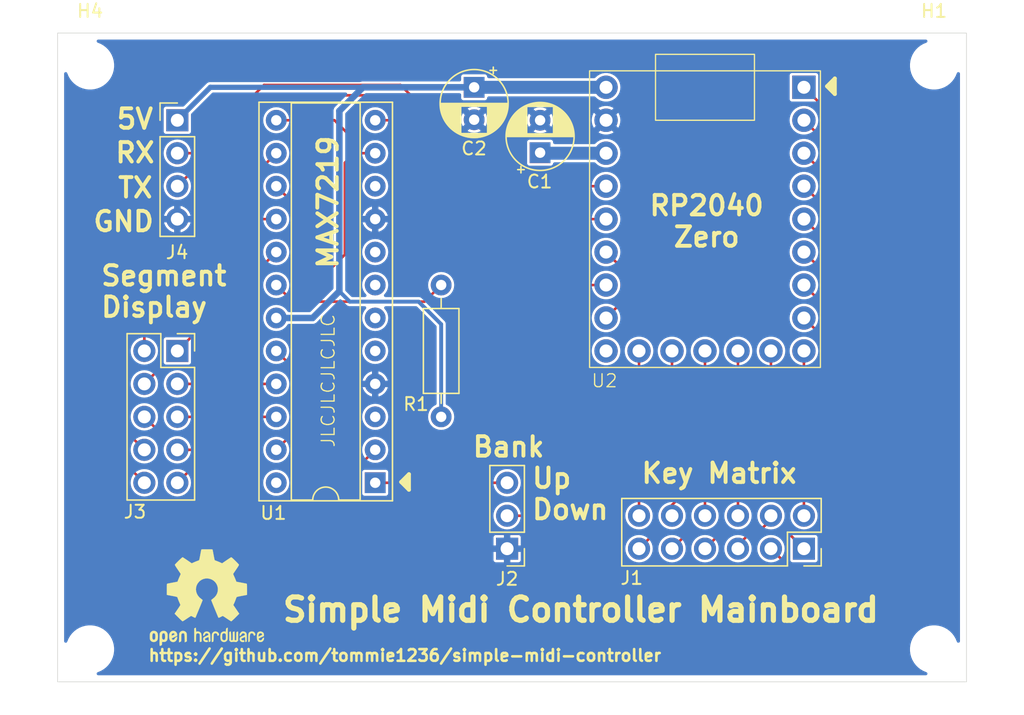
<source format=kicad_pcb>
(kicad_pcb (version 20240108) (generator "pcbnew") (generator_version "8.0")
  (layers (0 "F.Cu" signal) (31 "B.Cu" signal) (34 "B.Paste" user) (35 "F.Paste" user) (36 "B.SilkS" user "B.Silkscreen") (37 "F.SilkS" user "F.Silkscreen") (38 "B.Mask" user) (39 "F.Mask" user) (44 "Edge.Cuts" user))
  (net 0 "")
  (net 1 "+3V3")
  (net 2 "GND")
  (net 3 "+5V")
  (net 4 "Bank_down")
  (net 5 "Bank_up")
  (net 8 "Spi_mosi")
  (net 14 "Spi_sck")
  (net 15 "midi_rx")
  (net 16 "ROW_1")
  (net 17 "ROW_0")
  (net 18 "midi_tx")
  (net 19 "ROW_G")
  (net 20 "ROW_3")
  (net 22 "ROW_E")
  (net 23 "ROW_F")
  (net 24 "ROW_C")
  (net 25 "ROW_A")
  (net 26 "ROW_2")
  (net 27 "ROW_D")
  (net 28 "ROW_H")
  (net 29 "ROW_B")
  (net 30 "Net-(U1-ISET)")
  (net 31 "Spi_load")
  (net 32 "SEG_DP")
  (net 33 "SEG_A")
  (net 34 "SEG_C")
  (net 35 "SEG_F")
  (net 36 "SEG_B")
  (net 37 "DIG_0")
  (net 38 "DIG_1")
  (net 39 "SEG_G")
  (net 40 "SEG_D")
  (net 41 "SEG_E")
  (footprint "Capacitor_THT:CP_Radial_D5.0mm_P2.50mm" (layer "F.Cu") (at 132.08 43.18 -90)
    (property "Reference" "C2")
    (property "Value" "C")
  )
  (footprint "Connector_PinHeader_2.54mm:PinHeader_2x06_P2.54mm_Vertical" (layer "F.Cu") (at 157.48 76.2 -90)
    (property "Reference" "J1")
    (property "Value" "Conn_02x06_Odd_Even")
  )
  (footprint "MountingHole:MountingHole_3.2mm_M3" (layer "F.Cu") (at 102.5 86.5)
    (property "Reference" "H3" (hide yes))
    (property "Value" "MountingHole_Pad")
  )
  (footprint "Package_DIP:DIP-24_W7.62mm_Socket" (layer "F.Cu") (at 124.46 73.66 180)
    (property "Reference" "U1")
    (property "Value" "MAX7219")
  )
  (footprint "Symbol:OSHW-Logo2_9.8x8mm_SilkScreen" (layer "F.Cu") (at 111.5 82.5)
    (property "Reference" "#SYM1" (hide yes))
    (property "Value" "OSHW-Logo2_9.8x8mm_SilkScreen" (hide yes))
  )
  (footprint "MountingHole:MountingHole_3.2mm_M3" (layer "F.Cu") (at 102.5 41.5)
    (property "Reference" "H4")
    (property "Value" "MountingHole_Pad")
  )
  (footprint "Connector_PinHeader_2.54mm:PinHeader_1x03_P2.54mm_Vertical" (layer "F.Cu") (at 134.62 78.74 180)
    (property "Reference" "J2")
    (property "Value" "Conn_01x03")
  )
  (footprint "Connector_PinHeader_2.54mm:PinHeader_1x04_P2.54mm_Vertical" (layer "F.Cu") (at 109.22 45.72)
    (property "Reference" "J4")
    (property "Value" "Conn_01x04")
  )
  (footprint "simple-midi-controller:RP2040-Zero" (layer "F.Cu") (at 149.86 53.34)
    (property "Reference" "U2")
    (property "Value" "~")
  )
  (footprint "Connector_PinHeader_2.54mm:PinHeader_2x05_P2.54mm_Vertical" (layer "F.Cu") (at 106.68 63.5)
    (property "Reference" "J3")
    (property "Value" "Conn_02x06_Odd_Even")
  )
  (footprint "MountingHole:MountingHole_3.2mm_M3" (layer "F.Cu") (at 167.5 41.5)
    (property "Reference" "H1")
    (property "Value" "MountingHole_Pad")
  )
  (footprint "MountingHole:MountingHole_3.2mm_M3" (layer "F.Cu") (at 167.5 86.5)
    (property "Reference" "H2" (hide yes))
    (property "Value" "MountingHole_Pad")
  )
  (footprint "Resistor_THT:R_Axial_DIN0207_L6.3mm_D2.5mm_P10.16mm_Horizontal" (layer "F.Cu") (at 129.54 68.58 90)
    (property "Reference" "R1")
    (property "Value" "R")
  )
  (footprint "Capacitor_THT:CP_Radial_D5.0mm_P2.50mm" (layer "F.Cu") (at 137.16 48.22 90)
    (property "Reference" "C1")
    (property "Value" "C")
  )
  (gr_line (start 159.86 42.5) (end 159.86 43.7) (stroke (width 0.3)) (layer "F.SilkS"))
  (gr_line (start 159.66 42.85) (end 159.66 43.35) (stroke (width 0.4)) (layer "F.SilkS"))
  (gr_line (start 159.26 43.1) (end 159.86 42.5) (stroke (width 0.3)) (layer "F.SilkS"))
  (gr_line (start 126.86 73.35) (end 126.86 73.85) (stroke (width 0.4)) (layer "F.SilkS"))
  (gr_line (start 159.86 43.7) (end 159.26 43.1) (stroke (width 0.3)) (layer "F.SilkS"))
  (gr_line (start 127.06 74.2) (end 126.46 73.6) (stroke (width 0.3)) (layer "F.SilkS"))
  (gr_line (start 127.06 73) (end 127.06 74.2) (stroke (width 0.3)) (layer "F.SilkS"))
  (gr_line (start 126.46 73.6) (end 127.06 73) (stroke (width 0.3)) (layer "F.SilkS"))
  (gr_rect (start 100 39) (end 170 89) (stroke (width 0.05)) (fill none) (layer "Edge.Cuts"))
  (gr_text "Bank\n    Up\n    Down" (at 131.82 76.6 0) (layer "F.SilkS") (effects (font (size 1.5 1.5) (thickness 0.3) (bold yes)) (justify left bottom)))
  (gr_text "Key Matrix" (at 144.82 73.8 0) (layer "F.SilkS") (effects (font (size 1.5 1.5) (thickness 0.3) (bold yes)) (justify left bottom)))
  (gr_text "GND\n" (at 102.6 54.4 0) (layer "F.SilkS") (effects (font (size 1.5 1.5) (thickness 0.3) (bold yes)) (justify left bottom)))
  (gr_text "https://github.com/tommie1236/simple-midi-controller" (at 106.9 87.5 0) (layer "F.SilkS") (effects (font (size 0.9 0.9) (thickness 0.2) (bold yes)) (justify left bottom)))
  (gr_text "MAX7219" (at 121.7 57.3 90) (layer "F.SilkS") (effects (font (size 1.5 1.5) (thickness 0.3) (bold yes)) (justify left bottom)))
  (gr_text "TX" (at 104.5 51.8 0) (layer "F.SilkS") (effects (font (size 1.5 1.5) (thickness 0.3) (bold yes)) (justify left bottom)))
  (gr_text "RX" (at 104.3 49.1 0) (layer "F.SilkS") (effects (font (size 1.5 1.5) (thickness 0.3) (bold yes)) (justify left bottom)))
  (gr_text "Simple Midi Controller Mainboard" (at 117.15 84.5 0) (layer "F.SilkS") (effects (font (size 1.8 1.8) (thickness 0.4) (bold yes)) (justify left bottom)))
  (gr_text "5V" (at 104.4 46.5 0) (layer "F.SilkS") (effects (font (size 1.5 1.5) (thickness 0.3) (bold yes)) (justify left bottom)))
  (gr_text "RP2040\nZero" (at 149.987907 55.593135 0) (layer "F.SilkS") (effects (font (size 1.5 1.5) (thickness 0.3) (bold yes)) (justify bottom)))
  (gr_text "JLCJLCJLCJLC" (at 121.42 71 90) (layer "F.SilkS") (effects (font (size 1 1) (thickness 0.1)) (justify left bottom)))
  (gr_text "Segment\nDisplay\n" (at 103.2 61 0) (layer "F.SilkS") (effects (font (size 1.5 1.5) (thickness 0.3) (bold yes)) (justify left bottom)))
  (segment (start 142.2 48.22) (end 142.24 48.26) (width 1) (layer "F.Cu") (net 1))
  (segment (start 142.24 48.26) (end 137.2 48.26) (width 1) (layer "B.Cu") (net 1))
  (segment (start 137.2 48.26) (end 137.16 48.22) (width 1) (layer "B.Cu") (net 1))
  (segment (start 132.12 45.72) (end 132.08 45.68) (width 1) (layer "F.Cu") (net 2))
  (segment (start 132.12 45.72) (end 132.08 45.68) (width 1) (layer "B.Cu") (net 2))
  (segment (start 111.76 43.18) (end 123.52 43.18) (width 0.4) (layer "B.Cu") (net 3))
  (segment (start 129.54 68.58) (end 129.54 61.44) (width 0.3) (layer "B.Cu") (net 3))
  (segment (start 132.08 43.18) (end 142.24 43.18) (width 1) (layer "B.Cu") (net 3))
  (segment (start 122.5 59.7) (end 121.7 58.9) (width 0.3) (layer "B.Cu") (net 3))
  (segment (start 121.7 58.9) (end 121.7 45) (width 0.5) (layer "B.Cu") (net 3))
  (segment (start 121.7 45) (end 123.52 43.18) (width 0.5) (layer "B.Cu") (net 3))
  (segment (start 119.64 60.96) (end 121.7 58.9) (width 0.5) (layer "B.Cu") (net 3))
  (segment (start 109.22 45.72) (end 111.76 43.18) (width 0.4) (layer "B.Cu") (net 3))
  (segment (start 129.54 61.44) (end 127.8 59.7) (width 0.3) (layer "B.Cu") (net 3))
  (segment (start 127.8 59.7) (end 122.5 59.7) (width 0.3) (layer "B.Cu") (net 3))
  (segment (start 123.52 43.18) (end 132.08 43.18) (width 0.5) (layer "B.Cu") (net 3))
  (segment (start 116.84 60.96) (end 119.64 60.96) (width 0.5) (layer "B.Cu") (net 3))
  (segment (start 134.62 76.2) (end 136.62 76.2) (width 0.2) (layer "F.Cu") (net 4))
  (segment (start 144.78 68.04) (end 144.78 63.5) (width 0.2) (layer "F.Cu") (net 4))
  (segment (start 136.62 76.2) (end 144.78 68.04) (width 0.2) (layer "F.Cu") (net 4))
  (segment (start 132.72 77) (end 133.31 77.59) (width 0.2) (layer "F.Cu") (net 5))
  (segment (start 132.72 74.3) (end 132.72 77) (width 0.2) (layer "F.Cu") (net 5))
  (segment (start 135.795686 77.59) (end 147.32 66.065686) (width 0.2) (layer "F.Cu") (net 5))
  (segment (start 134.62 73.66) (end 133.36 73.66) (width 0.2) (layer "F.Cu") (net 5))
  (segment (start 133.36 73.66) (end 132.72 74.3) (width 0.2) (layer "F.Cu") (net 5))
  (segment (start 147.32 66.065686) (end 147.32 63.5) (width 0.2) (layer "F.Cu") (net 5))
  (segment (start 133.31 77.59) (end 135.795686 77.59) (width 0.2) (layer "F.Cu") (net 5))
  (segment (start 142.24 55.88) (end 143.84 57.48) (width 0.2) (layer "F.Cu") (net 8))
  (segment (start 129.24 73.66) (end 124.46 73.66) (width 0.2) (layer "F.Cu") (net 8))
  (segment (start 143.84 61.46) (end 143.1 62.2) (width 0.2) (layer "F.Cu") (net 8))
  (segment (start 140.7 62.2) (end 129.24 73.66) (width 0.2) (layer "F.Cu") (net 8))
  (segment (start 143.1 62.2) (end 140.7 62.2) (width 0.2) (layer "F.Cu") (net 8))
  (segment (start 143.84 57.48) (end 143.84 61.46) (width 0.2) (layer "F.Cu") (net 8))
  (segment (start 137.82 58.42) (end 126.3 46.9) (width 0.2) (layer "F.Cu") (net 14))
  (segment (start 121.32 45.72) (end 116.84 45.72) (width 0.2) (layer "F.Cu") (net 14))
  (segment (start 126.3 46.9) (end 122.5 46.9) (width 0.2) (layer "F.Cu") (net 14))
  (segment (start 142.24 58.42) (end 137.82 58.42) (width 0.2) (layer "F.Cu") (net 14))
  (segment (start 122.5 46.9) (end 121.32 45.72) (width 0.2) (layer "F.Cu") (net 14))
  (segment (start 115.9 43) (end 110.64 48.26) (width 0.2) (layer "F.Cu") (net 15))
  (segment (start 134.2 50.8) (end 126.4 43) (width 0.2) (layer "F.Cu") (net 15))
  (segment (start 110.64 48.26) (end 109.22 48.26) (width 0.2) (layer "F.Cu") (net 15))
  (segment (start 126.4 43) (end 115.9 43) (width 0.2) (layer "F.Cu") (net 15))
  (segment (start 142.24 50.8) (end 134.2 50.8) (width 0.2) (layer "F.Cu") (net 15))
  (segment (start 159.42 79.1) (end 159.42 67.794116) (width 0.2) (layer "F.Cu") (net 16))
  (segment (start 161.32 49.56) (end 157.48 45.72) (width 0.2) (layer "F.Cu") (net 16))
  (segment (start 158.22 80.3) (end 159.42 79.1) (width 0.2) (layer "F.Cu") (net 16))
  (segment (start 161.32 65.894116) (end 161.32 49.56) (width 0.2) (layer "F.Cu") (net 16))
  (segment (start 154.94 78.74) (end 156.5 80.3) (width 0.2) (layer "F.Cu") (net 16))
  (segment (start 159.42 67.794116) (end 161.32 65.894116) (width 0.2) (layer "F.Cu") (net 16))
  (segment (start 156.5 80.3) (end 158.22 80.3) (width 0.2) (layer "F.Cu") (net 16))
  (segment (start 153.67 79.55) (end 154.82 80.7) (width 0.2) (layer "F.Cu") (net 17))
  (segment (start 159.82 79.265686) (end 159.82 67.959802) (width 0.2) (layer "F.Cu") (net 17))
  (segment (start 161.72 66.059802) (end 161.72 47.42) (width 0.2) (layer "F.Cu") (net 17))
  (segment (start 159.82 67.959802) (end 161.72 66.059802) (width 0.2) (layer "F.Cu") (net 17))
  (segment (start 153.67 77.765686) (end 153.67 79.55) (width 0.2) (layer "F.Cu") (net 17))
  (segment (start 158.385686 80.7) (end 159.82 79.265686) (width 0.2) (layer "F.Cu") (net 17))
  (segment (start 154.94 76.495686) (end 153.67 77.765686) (width 0.2) (layer "F.Cu") (net 17))
  (segment (start 161.72 47.42) (end 157.48 43.18) (width 0.2) (layer "F.Cu") (net 17))
  (segment (start 154.94 76.2) (end 154.94 76.495686) (width 0.2) (layer "F.Cu") (net 17))
  (segment (start 154.82 80.7) (end 158.385686 80.7) (width 0.2) (layer "F.Cu") (net 17))
  (segment (start 135.64 53.34) (end 126.1 43.8) (width 0.2) (layer "F.Cu") (net 18))
  (segment (start 142.24 53.34) (end 135.64 53.34) (width 0.2) (layer "F.Cu") (net 18))
  (segment (start 126.1 43.8) (end 116.22 43.8) (width 0.2) (layer "F.Cu") (net 18))
  (segment (start 116.22 43.8) (end 109.22 50.8) (width 0.2) (layer "F.Cu") (net 18))
  (segment (start 148.022942 74.1) (end 152.4 69.722942) (width 0.2) (layer "F.Cu") (net 19))
  (segment (start 146.82 74.1) (end 148.022942 74.1) (width 0.2) (layer "F.Cu") (net 19))
  (segment (start 152.4 69.722942) (end 152.4 63.5) (width 0.2) (layer "F.Cu") (net 19))
  (segment (start 146.02 74.9) (end 146.82 74.1) (width 0.2) (layer "F.Cu") (net 19))
  (segment (start 144.78 78.74) (end 146.02 77.5) (width 0.2) (layer "F.Cu") (net 19))
  (segment (start 146.02 77.5) (end 146.02 74.9) (width 0.2) (layer "F.Cu") (net 19))
  (segment (start 156.22 77.48) (end 156.22 69.862744) (width 0.2) (layer "F.Cu") (net 20))
  (segment (start 160.52 53.84) (end 157.48 50.8) (width 0.2) (layer "F.Cu") (net 20))
  (segment (start 157.48 78.74) (end 156.22 77.48) (width 0.2) (layer "F.Cu") (net 20))
  (segment (start 160.52 65.562744) (end 160.52 53.84) (width 0.2) (layer "F.Cu") (net 20))
  (segment (start 156.22 69.862744) (end 160.52 65.562744) (width 0.2) (layer "F.Cu") (net 20))
  (segment (start 147.32 78.74) (end 148.56 77.5) (width 0.2) (layer "F.Cu") (net 22))
  (segment (start 157.48 65.774314) (end 157.48 63.5) (width 0.2) (layer "F.Cu") (net 22))
  (segment (start 148.56 74.694314) (end 157.48 65.774314) (width 0.2) (layer "F.Cu") (net 22))
  (segment (start 148.56 77.5) (end 148.56 74.694314) (width 0.2) (layer "F.Cu") (net 22))
  (segment (start 147.32 76.2) (end 147.32 75.368628) (width 0.2) (layer "F.Cu") (net 23))
  (segment (start 154.94 67.748628) (end 154.94 63.5) (width 0.2) (layer "F.Cu") (net 23))
  (segment (start 147.32 75.368628) (end 154.94 67.748628) (width 0.2) (layer "F.Cu") (net 23))
  (segment (start 151.1 77.5) (end 151.1 73.285686) (width 0.2) (layer "F.Cu") (net 24))
  (segment (start 159.32 60.26) (end 157.48 58.42) (width 0.2) (layer "F.Cu") (net 24))
  (segment (start 149.86 78.74) (end 151.1 77.5) (width 0.2) (layer "F.Cu") (net 24))
  (segment (start 151.1 73.285686) (end 159.32 65.065686) (width 0.2) (layer "F.Cu") (net 24))
  (segment (start 159.32 65.065686) (end 159.32 60.26) (width 0.2) (layer "F.Cu") (net 24))
  (segment (start 160.12 55.98) (end 157.48 53.34) (width 0.2) (layer "F.Cu") (net 25))
  (segment (start 152.4 78.74) (end 152.4 78.47) (width 0.2) (layer "F.Cu") (net 25))
  (segment (start 153.67 71.847058) (end 160.12 65.397058) (width 0.2) (layer "F.Cu") (net 25))
  (segment (start 160.12 65.397058) (end 160.12 55.98) (width 0.2) (layer "F.Cu") (net 25))
  (segment (start 152.4 78.47) (end 153.67 77.2) (width 0.2) (layer "F.Cu") (net 25))
  (segment (start 153.67 77.2) (end 153.67 71.847058) (width 0.2) (layer "F.Cu") (net 25))
  (segment (start 157.48 69.16843) (end 160.92 65.72843) (width 0.2) (layer "F.Cu") (net 26))
  (segment (start 160.92 51.7) (end 157.48 48.26) (width 0.2) (layer "F.Cu") (net 26))
  (segment (start 157.48 76.2) (end 157.48 69.16843) (width 0.2) (layer "F.Cu") (net 26))
  (segment (start 160.92 65.72843) (end 160.92 51.7) (width 0.2) (layer "F.Cu") (net 26))
  (segment (start 158.92 64.9) (end 158.92 62.4) (width 0.2) (layer "F.Cu") (net 27))
  (segment (start 158.92 62.4) (end 157.48 60.96) (width 0.2) (layer "F.Cu") (net 27))
  (segment (start 149.86 73.96) (end 149.86 76.2) (width 0.2) (layer "F.Cu") (net 27))
  (segment (start 158.92 64.9) (end 149.86 73.96) (width 0.2) (layer "F.Cu") (net 27))
  (segment (start 145.72 73.7) (end 147.857256 73.7) (width 0.2) (layer "F.Cu") (net 28))
  (segment (start 144.78 74.64) (end 145.72 73.7) (width 0.2) (layer "F.Cu") (net 28))
  (segment (start 149.86 71.697256) (end 149.86 63.5) (width 0.2) (layer "F.Cu") (net 28))
  (segment (start 147.857256 73.7) (end 149.86 71.697256) (width 0.2) (layer "F.Cu") (net 28))
  (segment (start 144.78 76.2) (end 144.78 74.64) (width 0.2) (layer "F.Cu") (net 28))
  (segment (start 152.4 72.551372) (end 159.72 65.231372) (width 0.2) (layer "F.Cu") (net 29))
  (segment (start 159.72 65.231372) (end 159.72 58.12) (width 0.2) (layer "F.Cu") (net 29))
  (segment (start 152.4 76.2) (end 152.4 72.551372) (width 0.2) (layer "F.Cu") (net 29))
  (segment (start 159.72 58.12) (end 157.48 55.88) (width 0.2) (layer "F.Cu") (net 29))
  (segment (start 128.26 59.7) (end 129.54 58.42) (width 0.2) (layer "F.Cu") (net 30))
  (segment (start 116.84 58.42) (end 118.12 59.7) (width 0.2) (layer "F.Cu") (net 30))
  (segment (start 118.12 59.7) (end 128.26 59.7) (width 0.2) (layer "F.Cu") (net 30))
  (segment (start 126.62 45.72) (end 124.46 45.72) (width 0.2) (layer "F.Cu") (net 31))
  (segment (start 143.44 59.76) (end 143.44 57.645686) (width 0.2) (layer "F.Cu") (net 31))
  (segment (start 143.44 57.645686) (end 142.894314 57.1) (width 0.2) (layer "F.Cu") (net 31))
  (segment (start 138 57.1) (end 126.62 45.72) (width 0.2) (layer "F.Cu") (net 31))
  (segment (start 142.894314 57.1) (end 138 57.1) (width 0.2) (layer "F.Cu") (net 31))
  (segment (start 142.24 60.96) (end 143.44 59.76) (width 0.2) (layer "F.Cu") (net 31))
  (segment (start 115.02 68.58) (end 116.84 68.58) (width 0.2) (layer "F.Cu") (net 32))
  (segment (start 109.22 71.12) (end 112.48 71.12) (width 0.2) (layer "F.Cu") (net 32))
  (segment (start 112.48 71.12) (end 115.02 68.58) (width 0.2) (layer "F.Cu") (net 32))
  (segment (start 105 71.98) (end 105 60.1) (width 0.2) (layer "F.Cu") (net 33))
  (segment (start 106.68 73.66) (end 105 71.98) (width 0.2) (layer "F.Cu") (net 33))
  (segment (start 105 60.1) (end 116.84 48.26) (width 0.2) (layer "F.Cu") (net 33))
  (segment (start 118.5 65.16) (end 116.84 63.5) (width 0.2) (layer "F.Cu") (net 34))
  (segment (start 118.5 71.5) (end 118.5 65.16) (width 0.2) (layer "F.Cu") (net 34))
  (segment (start 117.6 72.4) (end 118.5 71.5) (width 0.2) (layer "F.Cu") (net 34))
  (segment (start 110.48 72.4) (end 117.6 72.4) (width 0.2) (layer "F.Cu") (net 34))
  (segment (start 109.22 73.66) (end 110.48 72.4) (width 0.2) (layer "F.Cu") (net 34))
  (segment (start 117.5 54.6) (end 118.1 54) (width 0.2) (layer "F.Cu") (net 35))
  (segment (start 106.68 59.551372) (end 111.631372 54.6) (width 0.2) (layer "F.Cu") (net 35))
  (segment (start 106.68 63.5) (end 106.68 59.551372) (width 0.2) (layer "F.Cu") (net 35))
  (segment (start 118.1 54) (end 118.1 52.06) (width 0.2) (layer "F.Cu") (net 35))
  (segment (start 111.631372 54.6) (end 117.5 54.6) (width 0.2) (layer "F.Cu") (net 35))
  (segment (start 118.1 52.06) (end 116.84 50.8) (width 0.2) (layer "F.Cu") (net 35))
  (segment (start 106.68 71.12) (end 105.4 69.84) (width 0.2) (layer "F.Cu") (net 36))
  (segment (start 105.4 69.84) (end 105.4 60.265686) (width 0.2) (layer "F.Cu") (net 36))
  (segment (start 112.325686 53.34) (end 116.84 53.34) (width 0.2) (layer "F.Cu") (net 36))
  (segment (start 105.4 60.265686) (end 112.325686 53.34) (width 0.2) (layer "F.Cu") (net 36))
  (segment (start 106.68 68.58) (end 107.95 69.85) (width 0.2) (layer "F.Cu") (net 37))
  (segment (start 107.95 74.35) (end 108.7 75.1) (width 0.2) (layer "F.Cu") (net 37))
  (segment (start 107.95 69.85) (end 107.95 74.35) (width 0.2) (layer "F.Cu") (net 37))
  (segment (start 108.7 75.1) (end 120.48 75.1) (width 0.2) (layer "F.Cu") (net 37))
  (segment (start 120.48 75.1) (end 124.46 71.12) (width 0.2) (layer "F.Cu") (net 37))
  (segment (start 107.92 64.8) (end 106.68 66.04) (width 0.2) (layer "F.Cu") (net 38))
  (segment (start 124.46 48.26) (end 122.86 48.26) (width 0.2) (layer "F.Cu") (net 38))
  (segment (start 113 64.8) (end 107.92 64.8) (width 0.2) (layer "F.Cu") (net 38))
  (segment (start 114.5 63.3) (end 113 64.8) (width 0.2) (layer "F.Cu") (net 38))
  (segment (start 122.12 56.08) (end 121.1 57.1) (width 0.2) (layer "F.Cu") (net 38))
  (segment (start 121.1 57.1) (end 116.4 57.1) (width 0.2) (layer "F.Cu") (net 38))
  (segment (start 116.4 57.1) (end 114.5 59) (width 0.2) (layer "F.Cu") (net 38))
  (segment (start 114.5 59) (end 114.5 63.3) (width 0.2) (layer "F.Cu") (net 38))
  (segment (start 122.12 49) (end 122.12 56.08) (width 0.2) (layer "F.Cu") (net 38))
  (segment (start 122.86 48.26) (end 122.12 49) (width 0.2) (layer "F.Cu") (net 38))
  (segment (start 109.22 63.5) (end 116.84 55.88) (width 0.2) (layer "F.Cu") (net 39))
  (segment (start 117.574314 64.8) (end 118.1 65.325686) (width 0.2) (layer "F.Cu") (net 40))
  (segment (start 118.1 65.325686) (end 118.1 69.86) (width 0.2) (layer "F.Cu") (net 40))
  (segment (start 113.46 66.04) (end 114.7 64.8) (width 0.2) (layer "F.Cu") (net 40))
  (segment (start 109.22 66.04) (end 113.46 66.04) (width 0.2) (layer "F.Cu") (net 40))
  (segment (start 118.1 69.86) (end 116.84 71.12) (width 0.2) (layer "F.Cu") (net 40))
  (segment (start 114.7 64.8) (end 117.574314 64.8) (width 0.2) (layer "F.Cu") (net 40))
  (segment (start 112.32 68.58) (end 114.86 66.04) (width 0.2) (layer "F.Cu") (net 41))
  (segment (start 109.22 68.58) (end 112.32 68.58) (width 0.2) (layer "F.Cu") (net 41))
  (segment (start 114.86 66.04) (end 116.84 66.04) (width 0.2) (layer "F.Cu") (net 41))
  (zone (net 2) (net_name "GND") (layer "B.Cu") (connect_pads (clearance 0.2)) (min_thickness 0.25) (fill yes (thermal_gap 0.2) (thermal_bridge_width 0.5))
    (polygon (pts (xy 100 89) (xy 170 89) (xy 170 39) (xy 100 39)))
  )
)
</source>
